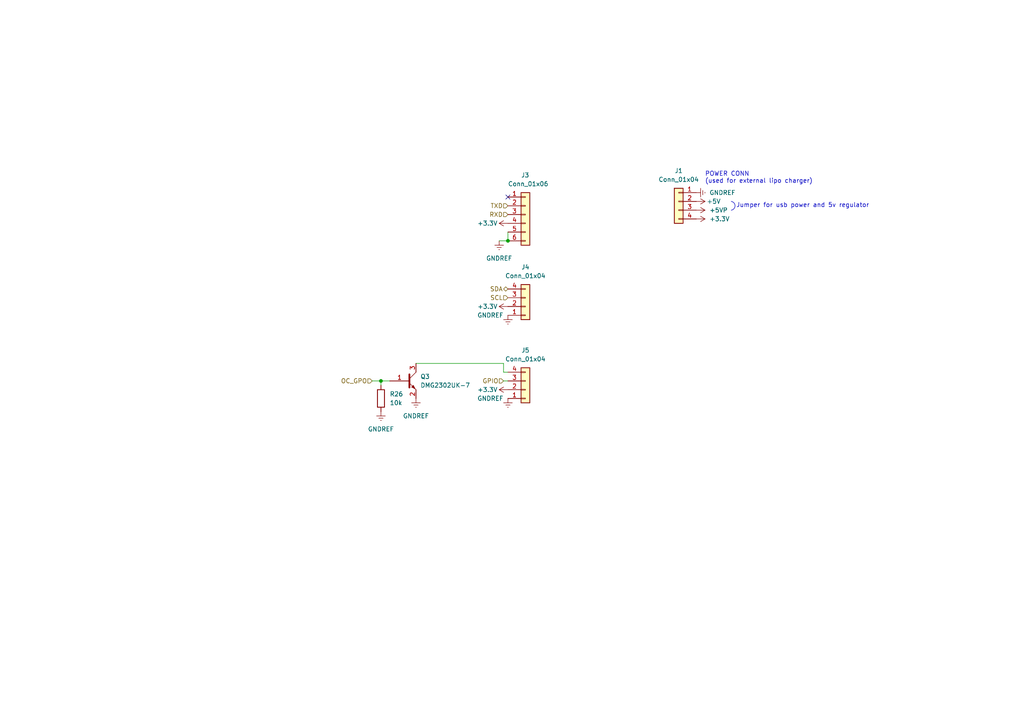
<source format=kicad_sch>
(kicad_sch (version 20230121) (generator eeschema)
  (paper "A4")
  (lib_symbols
    (symbol "Connector_Generic:Conn_01x04" (pin_names (offset 1.016) hide)
      (property "Reference" "J" (at 0 5.08 0))
      (property "Value" "Conn_01x04" (at 0 -7.62 0))
      (symbol "Conn_01x04_1_1"
        (rectangle (start -1.27 -4.953) (end 0 -5.207) (stroke (width 0.1524)))
        (rectangle (start -1.27 -2.413) (end 0 -2.667) (stroke (width 0.1524)))
        (rectangle (start -1.27 0.127) (end 0 -0.127) (stroke (width 0.1524)))
        (rectangle (start -1.27 2.667) (end 0 2.413) (stroke (width 0.1524)))
        (rectangle (start -1.27 3.81) (end 1.27 -6.35) (stroke (width 0.254)) (fill (type background)))
        (pin passive line (at -5.08 2.54 0) (length 3.81) (name "Pin_1") (number "1"))
        (pin passive line (at -5.08 0 0) (length 3.81) (name "Pin_2") (number "2"))
        (pin passive line (at -5.08 -2.54 0) (length 3.81) (name "Pin_3") (number "3"))
        (pin passive line (at -5.08 -5.08 0) (length 3.81) (name "Pin_4") (number "4"))
      )
    )
    (symbol "Connector_Generic:Conn_01x06" (pin_names (offset 1.016) hide)
      (property "Reference" "J" (at 0 7.62 0))
      (property "Value" "Conn_01x06" (at 0 -10.16 0))
      (symbol "Conn_01x06_1_1"
        (rectangle (start -1.27 -7.493) (end 0 -7.747) (stroke (width 0.1524)))
        (rectangle (start -1.27 -4.953) (end 0 -5.207) (stroke (width 0.1524)))
        (rectangle (start -1.27 -2.413) (end 0 -2.667) (stroke (width 0.1524)))
        (rectangle (start -1.27 0.127) (end 0 -0.127) (stroke (width 0.1524)))
        (rectangle (start -1.27 2.667) (end 0 2.413) (stroke (width 0.1524)))
        (rectangle (start -1.27 5.207) (end 0 4.953) (stroke (width 0.1524)))
        (rectangle (start -1.27 6.35) (end 1.27 -8.89) (stroke (width 0.254)) (fill (type background)))
        (pin passive line (at -5.08 5.08 0) (length 3.81) (name "Pin_1") (number "1"))
        (pin passive line (at -5.08 2.54 0) (length 3.81) (name "Pin_2") (number "2"))
        (pin passive line (at -5.08 0 0) (length 3.81) (name "Pin_3") (number "3"))
        (pin passive line (at -5.08 -2.54 0) (length 3.81) (name "Pin_4") (number "4"))
        (pin passive line (at -5.08 -5.08 0) (length 3.81) (name "Pin_5") (number "5"))
        (pin passive line (at -5.08 -7.62 0) (length 3.81) (name "Pin_6") (number "6"))
      )
    )
    (symbol "Device:R" (pin_numbers hide) (pin_names (offset 0))
      (property "Reference" "R" (at 2.032 0 90))
      (property "Value" "R" (at 0 0 90))
      (symbol "R_0_1"
        (rectangle (start -1.016 -2.54) (end 1.016 2.54) (stroke (width 0.254)))
      )
      (symbol "R_1_1"
        (pin passive line (at 0 3.81 270) (length 1.27) (name "~") (number "1"))
        (pin passive line (at 0 -3.81 90) (length 1.27) (name "~") (number "2"))
      )
    )
    (symbol "Transistors_fredrik:MMBT4401" (pin_names (offset 0) hide)
      (property "Reference" "Q" (at 5.08 1.905 0))
      (property "Value" "MMBT4401" (at 5.08 0 0))
      (symbol "MMBT4401_0_1"
        (polyline (pts (xy 0.635 0.635) (xy 2.54 2.54)))
        (polyline (pts (xy 0.635 -0.635) (xy 2.54 -2.54) (xy 2.54 -2.54)))
        (polyline (pts (xy 0.635 1.905) (xy 0.635 -1.905) (xy 0.635 -1.905)) (stroke (width 0.508)))
        (polyline (pts (xy 1.27 -1.778) (xy 1.778 -1.27) (xy 2.286 -2.286) (xy 1.27 -1.778) (xy 1.27 -1.778)) (fill (type outline)))
      )
      (symbol "MMBT4401_1_1"
        (pin passive line (at -5.08 0 0) (length 5.715) (name "B") (number "1"))
        (pin passive line (at 2.54 -5.08 90) (length 2.54) (name "E") (number "2"))
        (pin passive line (at 2.54 5.08 270) (length 2.54) (name "C") (number "3"))
      )
    )
    (symbol "power:+3.3V" (power) (pin_names (offset 0))
      (property "Value" "+3.3V" (at 0 3.556 0))
      (symbol "+3.3V_0_1"
        (polyline (pts (xy -0.762 1.27) (xy 0 2.54)))
        (polyline (pts (xy 0 0) (xy 0 2.54)))
        (polyline (pts (xy 0 2.54) (xy 0.762 1.27)))
      )
      (symbol "+3.3V_1_1"
        (pin power_in line (at 0 0 90) (length 0) hide (name "+3.3V") (number "1"))
      )
    )
    (symbol "power:+5V" (power) (pin_names (offset 0))
      (property "Value" "+5V" (at 0 3.556 0))
      (symbol "+5V_0_1"
        (polyline (pts (xy -0.762 1.27) (xy 0 2.54)))
        (polyline (pts (xy 0 0) (xy 0 2.54)))
        (polyline (pts (xy 0 2.54) (xy 0.762 1.27)))
      )
      (symbol "+5V_1_1"
        (pin power_in line (at 0 0 90) (length 0) hide (name "+5V") (number "1"))
      )
    )
    (symbol "power:+5VP" (power) (pin_names (offset 0))
      (property "Value" "+5VP" (at 0 3.556 0))
      (symbol "+5VP_0_1"
        (polyline (pts (xy -0.762 1.27) (xy 0 2.54)))
        (polyline (pts (xy 0 0) (xy 0 2.54)))
        (polyline (pts (xy 0 2.54) (xy 0.762 1.27)))
      )
      (symbol "+5VP_1_1"
        (pin power_in line (at 0 0 90) (length 0) hide (name "+5VP") (number "1"))
      )
    )
    (symbol "power:GNDREF" (power) (pin_names (offset 0))
      (property "Value" "GNDREF" (at 0 -3.81 0))
      (symbol "GNDREF_0_1"
        (polyline (pts (xy -0.635 -1.905) (xy 0.635 -1.905)))
        (polyline (pts (xy -0.127 -2.54) (xy 0.127 -2.54)))
        (polyline (pts (xy 0 -1.27) (xy 0 0)))
        (polyline (pts (xy 1.27 -1.27) (xy -1.27 -1.27)))
      )
      (symbol "GNDREF_1_1"
        (pin power_in line (at 0 0 270) (length 0) hide (name "GNDREF") (number "1"))
      )
    )
  )
  (junction (at 147.32 69.85))
  (junction (at 110.49 110.49))
  (no_connect (at 147.32 57.15))
  (wire (pts (xy 146.05 107.95) (xy 147.32 107.95)))
  (wire (pts (xy 107.95 110.49) (xy 110.49 110.49)))
  (wire (pts (xy 147.32 67.31) (xy 147.32 69.85)))
  (wire (pts (xy 146.05 105.41) (xy 120.65 105.41)))
  (wire (pts (xy 110.49 111.76) (xy 110.49 110.49)))
  (wire (pts (xy 146.05 107.95) (xy 146.05 105.41)))
  (wire (pts (xy 146.05 110.49) (xy 147.32 110.49)))
  (wire (pts (xy 110.49 110.49) (xy 113.03 110.49)))
  (wire (pts (xy 144.78 69.85) (xy 147.32 69.85)))
  (arc (start 212.09 58.42) (mid 213.1927 59.69) (end 212.09 60.96))
  (text "POWER CONN\n(used for external lipo charger)" (at 204.47 53.34 0) (effects (font (size 1.27 1.27)) (justify left bottom)))
  (text "Jumper for usb power and 5v regulator" (at 213.5298 60.3708 0) (effects (font (size 1.27 1.27)) (justify left bottom)))
  (hierarchical_label "RXD" (shape input) (at 147.32 62.23 180))
  (hierarchical_label "TXD" (shape input) (at 147.32 59.69 180))
  (hierarchical_label "SDA" (shape bidirectional) (at 147.32 83.82 180))
  (hierarchical_label "SCL" (shape input) (at 147.32 86.36 180))
  (hierarchical_label "OC_GPO" (shape input) (at 107.95 110.49 180))
  (hierarchical_label "GPIO" (shape input) (at 146.05 110.49 180))
  (symbol (lib_id "Connector_Generic:Conn_01x04") (at 152.4 88.9 0) (mirror x) (unit 1)
    (property "Reference" "J4" (at 152.4 77.47 0))
    (property "Value" "Conn_01x04" (at 152.4 80.01 0))
    (property "Footprint" "Connector_PinHeader_2.54mm:PinHeader_1x04_P2.54mm_Vertical" (effects hide))
    (property "MPN" "61300411121" (effects hide))
    (property "INFO" "DIGIKEY" (effects hide))
    (property "Supplier Part Number" "732-5317-ND" (effects hide))
    (instances (project "aqsense_cheapass" (path "" (reference "J4") (unit 1)) (path "" (reference "J3") (unit 1))) (project "opengeiger" (path "" (reference "J5") (unit 1))))
  )
  (symbol (lib_id "power:+5VP") (at 201.93 60.96 270) (unit 1)
    (property "Reference" "#PWR016" (effects hide))
    (property "Value" "+5VP" (at 205.74 60.96 90) (effects (justify left)))
    (instances (project "aqsense_cheapass" (path "" (reference "#PWR016") (unit 1)) (path "" (reference "#PWR014") (unit 1)) (path "" (reference "#PWR014") (unit 1))))
  )
  (symbol (lib_id "power:+3.3V") (at 147.32 64.77 90) (unit 1)
    (property "Reference" "#PWR028" (effects hide))
    (property "Value" "+3.3V" (at 138.43 64.77 90) (effects (justify right)))
    (instances (project "aqsense_cheapass" (path "" (reference "#PWR028") (unit 1)) (path "" (reference "#PWR028") (unit 1))) (project "opengeiger" (path "" (reference "#PWR018") (unit 1))))
  )
  (symbol (lib_id "power:GNDREF") (at 147.32 91.44 0) (unit 1)
    (property "Reference" "#PWR034" (effects hide))
    (property "Value" "GNDREF" (at 138.43 91.44 0) (effects (justify left)))
    (instances (project "aqsense_cheapass" (path "" (reference "#PWR034") (unit 1)) (path "" (reference "#PWR030") (unit 1))) (project "opengeiger" (path "" (reference "#PWR023") (unit 1))))
  )
  (symbol (lib_id "power:GNDREF") (at 201.93 55.88 90) (unit 1)
    (property "Reference" "#PWR01" (effects hide))
    (property "Value" "GNDREF" (at 205.74 55.8799 90) (effects (justify right)))
    (instances (project "aqsense_cheapass" (path "" (reference "#PWR01") (unit 1)) (path "" (reference "#PWR011") (unit 1)) (path "" (reference "#PWR011") (unit 1))) (project "opengeiger" (path "" (reference "#PWR0106") (unit 1))))
  )
  (symbol (lib_id "Connector_Generic:Conn_01x04") (at 152.4 113.03 0) (mirror x) (unit 1)
    (property "Reference" "J5" (at 152.4 101.6 0))
    (property "Value" "Conn_01x04" (at 152.4 104.14 0))
    (property "Footprint" "Connector_PinHeader_2.54mm:PinHeader_1x04_P2.54mm_Vertical" (effects hide))
    (property "MPN" "61300411121" (effects hide))
    (property "INFO" "DIGIKEY" (effects hide))
    (property "Supplier Part Number" "732-5317-ND" (effects hide))
    (instances (project "aqsense_cheapass" (path "" (reference "J5") (unit 1)) (path "" (reference "J4") (unit 1))) (project "opengeiger" (path "" (reference "J10") (unit 1))))
  )
  (symbol (lib_id "power:+3.3V") (at 201.93 63.5 270) (unit 1)
    (property "Reference" "#PWR03" (effects hide))
    (property "Value" "+3.3V" (at 205.74 63.4999 90) (effects (justify left)))
    (instances (project "aqsense_cheapass" (path "" (reference "#PWR03") (unit 1)) (path "" (reference "#PWR016") (unit 1)) (path "" (reference "#PWR016") (unit 1))) (project "opengeiger" (path "" (reference "#PWR08") (unit 1))))
  )
  (symbol (lib_id "power:GNDREF") (at 147.32 115.57 0) (unit 1)
    (property "Reference" "#PWR042" (effects hide))
    (property "Value" "GNDREF" (at 138.43 115.57 0) (effects (justify left)))
    (instances (project "aqsense_cheapass" (path "" (reference "#PWR042") (unit 1)) (path "" (reference "#PWR033") (unit 1))) (project "opengeiger" (path "" (reference "#PWR0108") (unit 1))))
  )
  (symbol (lib_id "power:+5V") (at 201.93 58.42 270) (unit 1)
    (property "Reference" "#PWR02" (effects hide))
    (property "Value" "+5V" (at 207.01 58.42 90))
    (instances (project "aqsense_cheapass" (path "" (reference "#PWR02") (unit 1)) (path "" (reference "#PWR013") (unit 1)) (path "" (reference "#PWR013") (unit 1))) (project "opengeiger" (path "" (reference "#PWR0105") (unit 1))))
  )
  (symbol (lib_id "Connector_Generic:Conn_01x06") (at 152.4 62.23 0) (unit 1)
    (property "Reference" "J3" (at 151.13 50.8 0) (effects (justify left)))
    (property "Value" "Conn_01x06" (at 147.32 53.34 0) (effects (justify left)))
    (property "Footprint" "Connector_PinHeader_2.54mm:PinHeader_1x06_P2.54mm_Vertical" (effects hide))
    (property "MPN" "61300611121" (effects hide))
    (property "INFO" "DIGIKEY" (effects hide))
    (property "Supplier Part Number" "732-5319-ND" (effects hide))
    (instances (project "aqsense_cheapass" (path "" (reference "J3") (unit 1)) (path "" (reference "J2") (unit 1))) (project "opengeiger" (path "" (reference "J3") (unit 1))))
  )
  (symbol (lib_id "power:GNDREF") (at 144.78 69.85 0) (unit 1)
    (property "Reference" "#PWR025" (effects hide))
    (property "Value" "GNDREF" (at 140.97 74.93 0) (effects (justify left)))
    (instances (project "aqsense_cheapass" (path "" (reference "#PWR025") (unit 1)) (path "" (reference "#PWR027") (unit 1))) (project "opengeiger" (path "" (reference "#PWR020") (unit 1))))
  )
  (symbol (lib_id "Transistors_fredrik:MMBT4401") (at 118.11 110.49 0) (unit 1)
    (property "Reference" "Q3" (at 121.92 109.2199 0) (effects (justify left)))
    (property "Value" "DMG2302UK-7" (at 121.92 111.7599 0) (effects (justify left)))
    (property "Footprint" "Package_TO_SOT_SMD:SOT-23_Handsoldering" (effects hide))
    (property "Datasheet" "https://www.diodes.com/assets/Datasheets/DMG2302UK.pdf" (effects hide))
    (property "MPN" "DMG2302UK-7" (effects hide))
    (property "INFO" "DIGIKEY" (effects hide))
    (property "Supplier Part Number" "DMG2302UK-7DIDKR-ND" (effects hide))
    (instances (project "aqsense_cheapass" (path "" (reference "Q3") (unit 1)) (path "" (reference "Q2") (unit 1))) (project "opengeiger" (path "" (reference "Q3") (unit 1))))
  )
  (symbol (lib_id "power:+3.3V") (at 147.32 113.03 90) (unit 1)
    (property "Reference" "#PWR041" (effects hide))
    (property "Value" "+3.3V" (at 138.43 113.03 90) (effects (justify right)))
    (instances (project "aqsense_cheapass" (path "" (reference "#PWR041") (unit 1)) (path "" (reference "#PWR031") (unit 1))) (project "opengeiger" (path "" (reference "#PWR0107") (unit 1))))
  )
  (symbol (lib_id "Device:R") (at 110.49 115.57 180) (unit 1)
    (property "Reference" "R26" (at 113.03 114.2999 0) (effects (justify right)))
    (property "Value" "10k" (at 113.03 116.8399 0) (effects (justify right)))
    (property "Footprint" "Resistor_SMD:R_0603_1608Metric_Pad0.98x0.95mm_HandSolder" (effects hide))
    (property "MPN" "RMCF0603JT10K0" (effects hide))
    (property "INFO" "DIGIKEY" (effects hide))
    (property "Supplier Part Number" "RMCF0603JT10K0DKR-ND" (effects hide))
    (instances (project "aqsense_cheapass" (path "" (reference "R26") (unit 1)) (path "" (reference "R7") (unit 1))) (project "opengeiger" (path "" (reference "R18") (unit 1))))
  )
  (symbol (lib_id "power:+3.3V") (at 147.32 88.9 90) (unit 1)
    (property "Reference" "#PWR033" (effects hide))
    (property "Value" "+3.3V" (at 138.43 88.9 90) (effects (justify right)))
    (instances (project "aqsense_cheapass" (path "" (reference "#PWR033") (unit 1)) (path "" (reference "#PWR029") (unit 1))) (project "opengeiger" (path "" (reference "#PWR022") (unit 1))))
  )
  (symbol (lib_id "power:GNDREF") (at 120.65 115.57 0) (unit 1)
    (property "Reference" "#PWR038" (effects hide))
    (property "Value" "GNDREF" (at 120.65 120.65 0))
    (instances (project "aqsense_cheapass" (path "" (reference "#PWR038") (unit 1)) (path "" (reference "#PWR022") (unit 1))) (project "opengeiger" (path "" (reference "#PWR034") (unit 1))))
  )
  (symbol (lib_id "power:GNDREF") (at 110.49 119.38 0) (unit 1)
    (property "Reference" "#PWR037" (effects hide))
    (property "Value" "GNDREF" (at 110.49 124.46 0))
    (instances (project "aqsense_cheapass" (path "" (reference "#PWR037") (unit 1)) (path "" (reference "#PWR021") (unit 1))) (project "opengeiger" (path "" (reference "#PWR0112") (unit 1))))
  )
  (symbol (lib_id "Connector_Generic:Conn_01x04") (at 196.85 58.42 0) (mirror y) (unit 1)
    (property "Reference" "J1" (at 196.85 49.53 0))
    (property "Value" "Conn_01x04" (at 196.85 52.07 0))
    (property "Footprint" "Connector_PinHeader_2.54mm:PinHeader_1x04_P2.54mm_Vertical" (effects hide))
    (property "MPN" "61300411121" (effects hide))
    (property "INFO" "DIGIKEY" (effects hide))
    (property "Supplier Part Number" "732-5317-ND" (effects hide))
  )
)
</source>
